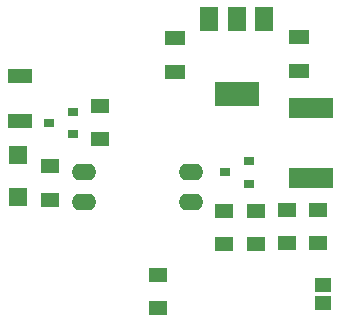
<source format=gtp>
G04*
G04 #@! TF.GenerationSoftware,Altium Limited,Altium Designer,23.10.1 (27)*
G04*
G04 Layer_Color=8421504*
%FSLAX44Y44*%
%MOMM*%
G71*
G04*
G04 #@! TF.SameCoordinates,FE8EC528-225C-4A11-B971-79AFC16B1169*
G04*
G04*
G04 #@! TF.FilePolarity,Positive*
G04*
G01*
G75*
%ADD15R,1.6500X1.2000*%
%ADD16R,0.9000X0.8000*%
%ADD17R,1.4000X1.3000*%
%ADD18R,3.7000X1.7000*%
%ADD19R,1.8000X1.3000*%
%ADD20R,3.8000X2.0000*%
%ADD21R,1.5000X2.0000*%
%ADD22R,1.6000X1.5000*%
%ADD23R,2.0000X1.2500*%
%ADD24O,2.1000X1.4000*%
D15*
X707378Y1068000D02*
D03*
Y1040000D02*
D03*
X598000Y1013000D02*
D03*
Y985000D02*
D03*
X734000Y1068000D02*
D03*
Y1040000D02*
D03*
X680835Y1039707D02*
D03*
Y1067707D02*
D03*
X654293D02*
D03*
Y1039707D02*
D03*
X549000Y1156000D02*
D03*
Y1128000D02*
D03*
X507000Y1077000D02*
D03*
Y1105000D02*
D03*
D16*
X655000Y1100000D02*
D03*
X675000Y1109500D02*
D03*
Y1090500D02*
D03*
X506000Y1142000D02*
D03*
X526000Y1151500D02*
D03*
Y1132500D02*
D03*
D17*
X737835Y989000D02*
D03*
Y1005000D02*
D03*
D18*
X727500Y1154500D02*
D03*
Y1095500D02*
D03*
D19*
X717750Y1214500D02*
D03*
Y1185500D02*
D03*
X612207Y1185000D02*
D03*
Y1214000D02*
D03*
D20*
X664707Y1166500D02*
D03*
D21*
X641707Y1229500D02*
D03*
X664707D02*
D03*
X687707D02*
D03*
D22*
X480000Y1079000D02*
D03*
Y1115000D02*
D03*
D23*
X481287Y1143750D02*
D03*
Y1181250D02*
D03*
D24*
X626500Y1074508D02*
D03*
Y1099908D02*
D03*
X535500Y1074508D02*
D03*
Y1099908D02*
D03*
M02*

</source>
